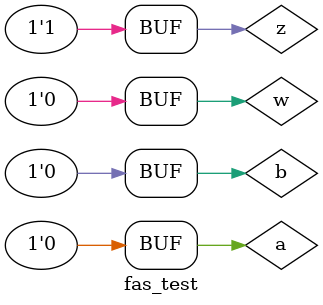
<source format=sv>
module fas_test;

// Put your code here
// ------------------
 logic a,b,w,z,s,cout;
    fas #() instance1(
        .a(a),
        .b(b),
        .cin(z),
        .a_ns(w),
        .s(s),
        .cout(cout)
    );
 initial
        begin
            a=1'b0;
            b=1'b0;
           z=1'b1;
            w=1'b0;
            #40
            a=1'b1;
           #40
          a=1'b0;
        end
// End of your code

endmodule
</source>
